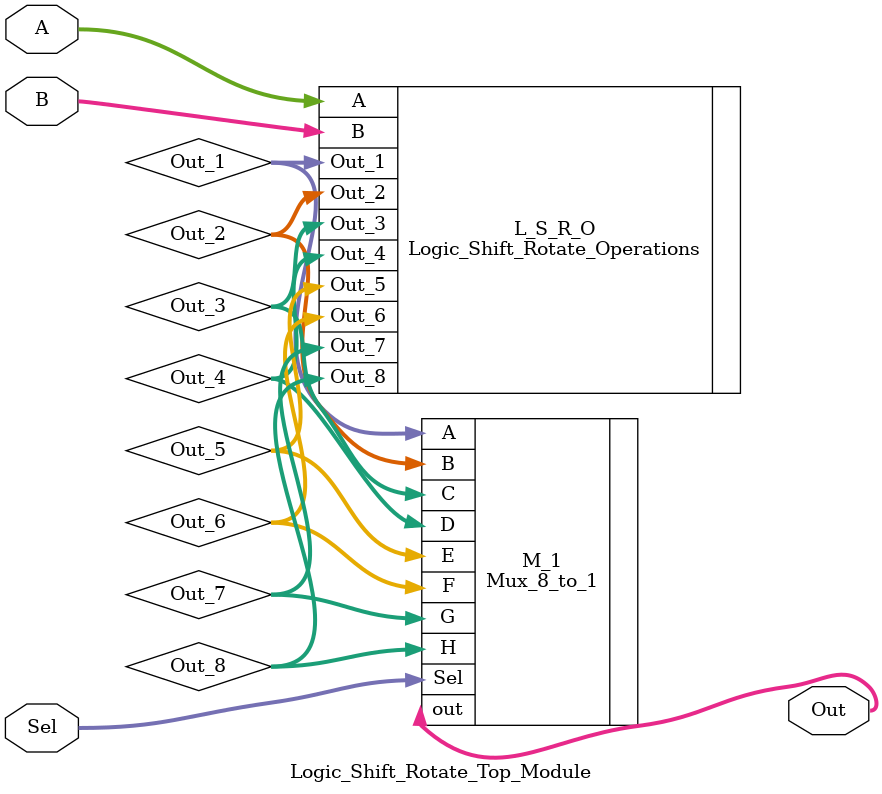
<source format=v>
module Logic_Shift_Rotate_Top_Module (
   input [3:0] A , B , 
   input [2:0] Sel , 
   output [3:0] Out 
);

wire [3:0] Out_1 , Out_2 , Out_3 , Out_4 , Out_5 , Out_6 , Out_7 , Out_8 ;  

Logic_Shift_Rotate_Operations L_S_R_O ( .A( A ) ,
                                        .B( B ) , 
                                        .Out_1( Out_1 ) ,
                                        .Out_2( Out_2 ) ,
                                        .Out_3( Out_3 ) ,
                                        .Out_4( Out_4 ) ,
                                        .Out_5( Out_5 ) ,
                                        .Out_6( Out_6 ) ,
                                        .Out_7( Out_7 ) ,
                                        .Out_8( Out_8 )   
                                     );

Mux_8_to_1 M_1 (.A   ( Out_1 ) ,
                .B   ( Out_2 ) ,
                .C   ( Out_3 ) ,
                .D   ( Out_4 ) ,
                .E   ( Out_5 ) ,
                .F   ( Out_6 ) ,
                .G   ( Out_7 ) ,
                .H   ( Out_8 ) ,
                .Sel ( Sel ) ,
                .out ( Out ) 
               );

endmodule

</source>
